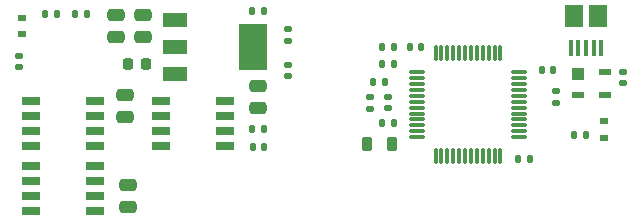
<source format=gtp>
%TF.GenerationSoftware,KiCad,Pcbnew,(6.0.4)*%
%TF.CreationDate,2023-02-06T21:53:40+02:00*%
%TF.ProjectId,ServoController,53657276-6f43-46f6-9e74-726f6c6c6572,rev?*%
%TF.SameCoordinates,PXe3ed9c0PYb6ddf70*%
%TF.FileFunction,Paste,Top*%
%TF.FilePolarity,Positive*%
%FSLAX46Y46*%
G04 Gerber Fmt 4.6, Leading zero omitted, Abs format (unit mm)*
G04 Created by KiCad (PCBNEW (6.0.4)) date 2023-02-06 21:53:40*
%MOMM*%
%LPD*%
G01*
G04 APERTURE LIST*
G04 Aperture macros list*
%AMRoundRect*
0 Rectangle with rounded corners*
0 $1 Rounding radius*
0 $2 $3 $4 $5 $6 $7 $8 $9 X,Y pos of 4 corners*
0 Add a 4 corners polygon primitive as box body*
4,1,4,$2,$3,$4,$5,$6,$7,$8,$9,$2,$3,0*
0 Add four circle primitives for the rounded corners*
1,1,$1+$1,$2,$3*
1,1,$1+$1,$4,$5*
1,1,$1+$1,$6,$7*
1,1,$1+$1,$8,$9*
0 Add four rect primitives between the rounded corners*
20,1,$1+$1,$2,$3,$4,$5,0*
20,1,$1+$1,$4,$5,$6,$7,0*
20,1,$1+$1,$6,$7,$8,$9,0*
20,1,$1+$1,$8,$9,$2,$3,0*%
G04 Aperture macros list end*
%ADD10RoundRect,0.140000X0.140000X0.170000X-0.140000X0.170000X-0.140000X-0.170000X0.140000X-0.170000X0*%
%ADD11RoundRect,0.135000X-0.135000X-0.185000X0.135000X-0.185000X0.135000X0.185000X-0.135000X0.185000X0*%
%ADD12R,0.700000X0.600000*%
%ADD13RoundRect,0.135000X0.185000X-0.135000X0.185000X0.135000X-0.185000X0.135000X-0.185000X-0.135000X0*%
%ADD14RoundRect,0.140000X-0.140000X-0.170000X0.140000X-0.170000X0.140000X0.170000X-0.140000X0.170000X0*%
%ADD15RoundRect,0.250000X0.475000X-0.250000X0.475000X0.250000X-0.475000X0.250000X-0.475000X-0.250000X0*%
%ADD16RoundRect,0.218750X0.218750X0.381250X-0.218750X0.381250X-0.218750X-0.381250X0.218750X-0.381250X0*%
%ADD17RoundRect,0.140000X0.170000X-0.140000X0.170000X0.140000X-0.170000X0.140000X-0.170000X-0.140000X0*%
%ADD18R,2.032000X1.300000*%
%ADD19R,2.332000X3.957600*%
%ADD20R,0.400000X1.350000*%
%ADD21R,1.500000X1.900000*%
%ADD22O,1.400000X0.260000*%
%ADD23O,0.260000X1.400000*%
%ADD24R,1.600000X0.650000*%
%ADD25RoundRect,0.135000X0.135000X0.185000X-0.135000X0.185000X-0.135000X-0.185000X0.135000X-0.185000X0*%
%ADD26RoundRect,0.140000X-0.170000X0.140000X-0.170000X-0.140000X0.170000X-0.140000X0.170000X0.140000X0*%
%ADD27RoundRect,0.250000X-0.475000X0.250000X-0.475000X-0.250000X0.475000X-0.250000X0.475000X0.250000X0*%
%ADD28RoundRect,0.225000X0.225000X0.250000X-0.225000X0.250000X-0.225000X-0.250000X0.225000X-0.250000X0*%
%ADD29RoundRect,0.147500X0.147500X0.172500X-0.147500X0.172500X-0.147500X-0.172500X0.147500X-0.172500X0*%
%ADD30R,1.000000X1.000000*%
%ADD31R,1.000000X0.550000*%
%ADD32RoundRect,0.135000X-0.185000X0.135000X-0.185000X-0.135000X0.185000X-0.135000X0.185000X0.135000X0*%
G04 APERTURE END LIST*
D10*
X41730000Y-10500000D03*
X40770000Y-10500000D03*
D11*
X39990000Y-7000000D03*
X41010000Y-7000000D03*
D12*
X10250000Y-2950000D03*
X10250000Y-1550000D03*
D13*
X39750000Y-9260000D03*
X39750000Y-8240000D03*
D10*
X41730000Y-5500000D03*
X40770000Y-5500000D03*
D14*
X54270000Y-6000000D03*
X55230000Y-6000000D03*
D15*
X19000000Y-9950000D03*
X19000000Y-8050000D03*
D10*
X30730000Y-1000000D03*
X29770000Y-1000000D03*
D14*
X44080000Y-4050000D03*
X43120000Y-4050000D03*
D12*
X59500000Y-11700000D03*
X59500000Y-10300000D03*
D11*
X40740000Y-4000000D03*
X41760000Y-4000000D03*
D16*
X41562500Y-12250000D03*
X39437500Y-12250000D03*
D17*
X41250000Y-9230000D03*
X41250000Y-8270000D03*
D18*
X23198000Y-1714000D03*
X23198000Y-4000000D03*
X23198000Y-6286000D03*
D19*
X29802000Y-4000000D03*
D20*
X59300000Y-4142500D03*
X58650000Y-4142500D03*
X58000000Y-4142500D03*
X57350000Y-4142500D03*
X56700000Y-4142500D03*
D21*
X59000000Y-1442500D03*
X57000000Y-1442500D03*
D22*
X43670000Y-6160000D03*
X43670000Y-6660000D03*
X43670000Y-7160000D03*
X43670000Y-7660000D03*
X43670000Y-8160000D03*
X43670000Y-8660000D03*
X43670000Y-9160000D03*
X43670000Y-9660000D03*
X43670000Y-10160000D03*
X43670000Y-10660000D03*
X43670000Y-11160000D03*
X43670000Y-11660000D03*
D23*
X45270000Y-13260000D03*
X45770000Y-13260000D03*
X46270000Y-13260000D03*
X46770000Y-13260000D03*
X47270000Y-13260000D03*
X47770000Y-13260000D03*
X48270000Y-13260000D03*
X48770000Y-13260000D03*
X49270000Y-13260000D03*
X49770000Y-13260000D03*
X50270000Y-13260000D03*
X50770000Y-13260000D03*
D22*
X52370000Y-11660000D03*
X52370000Y-11160000D03*
X52370000Y-10660000D03*
X52370000Y-10160000D03*
X52370000Y-9660000D03*
X52370000Y-9160000D03*
X52370000Y-8660000D03*
X52370000Y-8160000D03*
X52370000Y-7660000D03*
X52370000Y-7160000D03*
X52370000Y-6660000D03*
X52370000Y-6160000D03*
D23*
X50770000Y-4560000D03*
X50270000Y-4560000D03*
X49770000Y-4560000D03*
X49270000Y-4560000D03*
X48770000Y-4560000D03*
X48270000Y-4560000D03*
X47770000Y-4560000D03*
X47270000Y-4560000D03*
X46770000Y-4560000D03*
X46270000Y-4560000D03*
X45770000Y-4560000D03*
X45270000Y-4560000D03*
D24*
X16450000Y-17905000D03*
X16450000Y-16635000D03*
X16450000Y-15365000D03*
X16450000Y-14095000D03*
X11050000Y-14095000D03*
X11050000Y-15365000D03*
X11050000Y-16635000D03*
X11050000Y-17905000D03*
D25*
X58010000Y-11500000D03*
X56990000Y-11500000D03*
D15*
X18250000Y-3200000D03*
X18250000Y-1300000D03*
D26*
X10000000Y-4770000D03*
X10000000Y-5730000D03*
D24*
X27450000Y-12405000D03*
X27450000Y-11135000D03*
X27450000Y-9865000D03*
X27450000Y-8595000D03*
X22050000Y-8595000D03*
X22050000Y-9865000D03*
X22050000Y-11135000D03*
X22050000Y-12405000D03*
D26*
X61150000Y-6120000D03*
X61150000Y-7080000D03*
D17*
X32750000Y-3480000D03*
X32750000Y-2520000D03*
D25*
X30775000Y-11000000D03*
X29755000Y-11000000D03*
X13260000Y-1250000D03*
X12240000Y-1250000D03*
D27*
X30250000Y-7300000D03*
X30250000Y-9200000D03*
D28*
X20775000Y-5500000D03*
X19225000Y-5500000D03*
D15*
X20500000Y-3200000D03*
X20500000Y-1300000D03*
D29*
X30750000Y-12500000D03*
X29780000Y-12500000D03*
D30*
X57350000Y-6340000D03*
D31*
X57350000Y-8060000D03*
X59650000Y-8060000D03*
X59650000Y-6140000D03*
D32*
X55500000Y-7740000D03*
X55500000Y-8760000D03*
D17*
X32750000Y-6480000D03*
X32750000Y-5520000D03*
D27*
X19200000Y-15700000D03*
X19200000Y-17600000D03*
D14*
X52270000Y-13500000D03*
X53230000Y-13500000D03*
D24*
X16450000Y-12405000D03*
X16450000Y-11135000D03*
X16450000Y-9865000D03*
X16450000Y-8595000D03*
X11050000Y-8595000D03*
X11050000Y-9865000D03*
X11050000Y-11135000D03*
X11050000Y-12405000D03*
D14*
X14770000Y-1250000D03*
X15730000Y-1250000D03*
M02*

</source>
